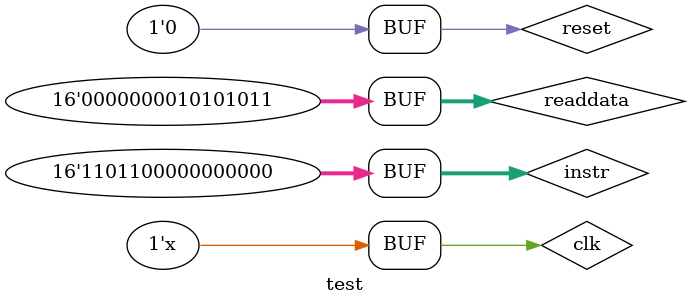
<source format=v>
`timescale 1ns / 1ps

`define HALT		5'b11011
`define IDLE		5'b00000
`define NOP			5'b00001
`define ADD			5'b10000
`define SUB			5'b00011
`define ADDC		5'b00100
`define SUBC		5'b00101
`define OR			5'b00110
`define AND			5'b00111
`define XOR			5'b01000
`define CMP			5'b01001
`define LOAD		5'b10001
`define STORE		5'b10010
`define SLL			5'b01010
`define SRL			5'b01011
`define SLA			5'b01100
`define SRA			5'b01101
`define LDIH		5'b01111
`define ADDI		5'b10011
`define SUBI		5'b01110
`define BZ			5'b10100
`define BNZ			5'b10101
`define BC			5'b10110
`define BNC			5'b10111
`define BN			5'b11000
`define BNN			5'b11001
`define JUMP		5'b00010
`define JMPR		5'b11010
//gr
`define gr0 3'b000
`define gr1 3'b001
`define gr2 3'b010
`define gr3 3'b011
`define gr4 3'b100
`define gr5 3'b101
`define gr6 3'b110
`define gr7 3'b111

module test;

	// Inputs
	reg clk;
	reg reset;
	reg [15:0] instr;
	reg [15:0] readdata;

	// Outputs
	wire [7:0] pc;
	wire memwrite;
	wire [15:0] writedata;
	wire [15:0] aluout;

	// Instantiate the Unit Under Test (UUT)
	mips uut (
		.clk(clk), 
		.reset(reset), 
		.pc(pc), 
		.instr(instr), 
		.memwrite(memwrite), 
		.writedata(writedata), 
		.aluout(aluout), 
		.readdata(readdata)
	);
		
		
	initial begin
        
		// Add stimulus here
		clk = 0;
		reset = 0;
		instr = 0;
		readdata = 0;
		#5
		$display("pc :      instr       : controls : srca : srcb :aluout:result:  wd  :  rd  : rf1  : rf2  : rf3  : wa3 :zf :cf :nf :jump :pcsrc:pcnext:pcnextbr");
		$monitor("%h : %b : %b : %h : %h : %h : %h : %h : %h : %h : %h : %h : %b : %b : %b : %b :  %b  :  %b  :  %h  :   %h", 
			uut.pc, uut.instr, uut.c.md.controls, uut.dp.srca, uut.dp.srcb, uut.dp.aluout, uut.dp.result,
			uut.dp.writedata,uut.dp.readdata, uut.dp.rf.rf[1], uut.dp.rf.rf[2], 
			uut.dp.rf.rf[3], uut.dp.rf.wa3,
			uut.dp.flag[2], uut.dp.flag[1], uut.dp.flag[0], uut.jump, uut.pcsrc, uut.dp.pcnext, uut.dp.pcnextbr);
		instr <= 0;
		#10 reset  <= 1;
		#10 reset  <= 0;	
			 instr <= {`LOAD, `gr1, 1'b0, `gr0, 4'b0000};
			 readdata <= 16'h00ab;
		#10 instr <= {`NOP, 11'b000_0000_0000};			
		#10 instr <= {`JUMP, 3'b000, 4'b0001, 4'b0011};
		#10 instr <= {`ADDI, `gr1, 4'b0001, 4'b0001};
		#10 instr <= {`NOP, 11'b000_0000_0000};			
		#10 instr <= {`ADDI, `gr2, 4'b0001, 4'b0001 };		
      #10 instr <= {`ADD, `gr3, 1'b0, `gr1, 1'b0, `gr2};
      #10 instr <= {`ADD, `gr3, 1'b0, `gr1, 1'b0, `gr2};
		#10 instr <= {`ADDI, `gr1, 4'b1111, 4'b1111 };
		#10 instr <= {`ADDC, `gr3, 1'b0, `gr2, 1'b0, `gr1};
		#10 instr <= {`SUB, `gr3, 1'b0, `gr2, 1'b0, `gr1};
		#10 instr <= {`SUBC, `gr3, 1'b0, `gr2, 1'b0, `gr1};
		#10 instr <= {`SUBI, `gr1, 4'b1111, 4'b1111 };
      #10 instr <= {`STORE, `gr3, 1'b0, `gr0, 4'b0010};
		#10 instr <= {`NOP, 11'b000_0000_0000};
		#10 instr <= {`SLL, `gr3, 1'b0, `gr1, 4'b0010};
		#10 instr <= {`SRA, `gr3, 1'b0, `gr3, 4'b0010};
		#10 instr <= {`SLA, `gr3, 1'b0, `gr2, 4'b0011};
		#10 instr <= {`SRL, `gr3, 1'b0, `gr2, 4'b0001};		
		#10 instr <= {`NOP, 11'b000_0000_0000};				
		#10 instr <= {`LDIH, `gr1, 8'b1010_1101 };
		#10 instr <= {`CMP, `gr1, 1'b0, `gr2, 1'b0, `gr3};
		#10 instr <= {`BNZ, `gr2, 4'b0000, 4'b0101 };
		#10 instr <= {`NOP, 11'b000_0000_0000};
		#10 instr <= {`ADDI, `gr1, 4'b1111, 4'b1111 };
		#10 instr <= {`AND, `gr3, 1'b0,`gr1, 1'b0,`gr2 };
		#10 instr <= {`SUBI, `gr1, 4'b1100, 4'b1111 };
		#10 instr <= {`OR, `gr3,1'b0, `gr1,1'b0, `gr2 };
		#10 instr <= {`XOR, `gr3, 1'b0,`gr1, 1'b0,`gr2 };		
		#10 instr <= {`NOP, 11'b000_0000_0000};
		#10 instr <= {`HALT, 11'b000_0000_0000};
	end
     always #5 clk = ~clk;
endmodule


</source>
